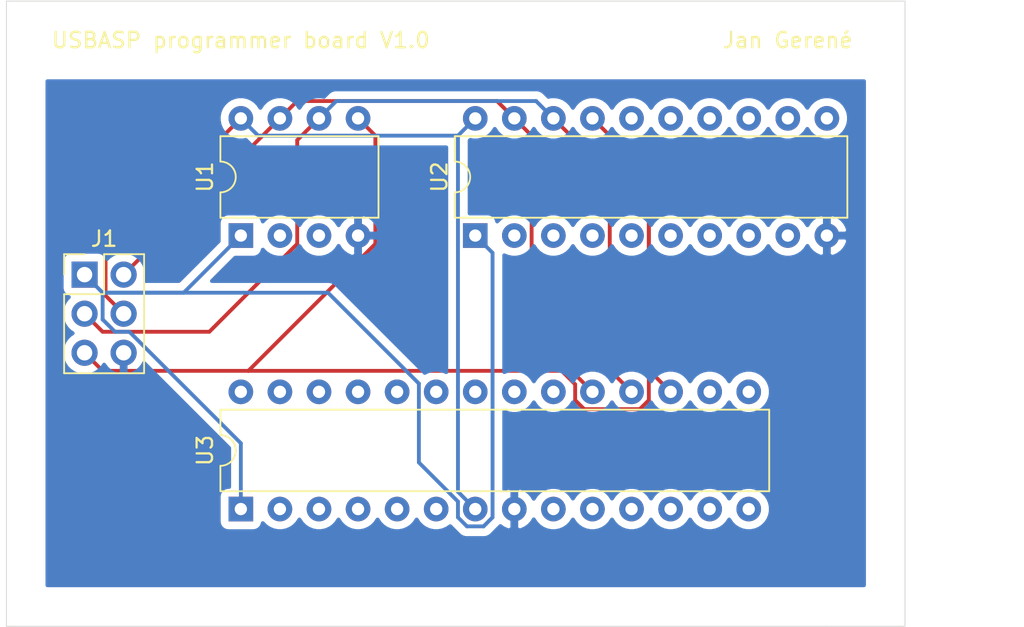
<source format=kicad_pcb>
(kicad_pcb (version 20171130) (host pcbnew "(5.1.7)-1")

  (general
    (thickness 1.6)
    (drawings 8)
    (tracks 59)
    (zones 0)
    (modules 4)
    (nets 45)
  )

  (page A4)
  (layers
    (0 F.Cu signal)
    (31 B.Cu signal)
    (32 B.Adhes user)
    (33 F.Adhes user)
    (34 B.Paste user)
    (35 F.Paste user)
    (36 B.SilkS user)
    (37 F.SilkS user)
    (38 B.Mask user)
    (39 F.Mask user)
    (40 Dwgs.User user)
    (41 Cmts.User user)
    (42 Eco1.User user)
    (43 Eco2.User user)
    (44 Edge.Cuts user)
    (45 Margin user)
    (46 B.CrtYd user)
    (47 F.CrtYd user)
    (48 B.Fab user)
    (49 F.Fab user)
  )

  (setup
    (last_trace_width 0.25)
    (trace_clearance 0.2)
    (zone_clearance 0.508)
    (zone_45_only no)
    (trace_min 0.2)
    (via_size 0.8)
    (via_drill 0.4)
    (via_min_size 0.4)
    (via_min_drill 0.3)
    (uvia_size 0.3)
    (uvia_drill 0.1)
    (uvias_allowed no)
    (uvia_min_size 0.2)
    (uvia_min_drill 0.1)
    (edge_width 0.05)
    (segment_width 0.2)
    (pcb_text_width 0.3)
    (pcb_text_size 1.5 1.5)
    (mod_edge_width 0.12)
    (mod_text_size 1 1)
    (mod_text_width 0.15)
    (pad_size 1.524 1.524)
    (pad_drill 0.762)
    (pad_to_mask_clearance 0)
    (aux_axis_origin 0 0)
    (visible_elements FFFFFF7F)
    (pcbplotparams
      (layerselection 0x010fc_ffffffff)
      (usegerberextensions false)
      (usegerberattributes true)
      (usegerberadvancedattributes true)
      (creategerberjobfile true)
      (excludeedgelayer true)
      (linewidth 0.100000)
      (plotframeref false)
      (viasonmask false)
      (mode 1)
      (useauxorigin false)
      (hpglpennumber 1)
      (hpglpenspeed 20)
      (hpglpendiameter 15.000000)
      (psnegative false)
      (psa4output false)
      (plotreference true)
      (plotvalue true)
      (plotinvisibletext false)
      (padsonsilk false)
      (subtractmaskfromsilk false)
      (outputformat 1)
      (mirror false)
      (drillshape 1)
      (scaleselection 1)
      (outputdirectory ""))
  )

  (net 0 "")
  (net 1 "Net-(J1-Pad1)")
  (net 2 "Net-(J1-Pad2)")
  (net 3 "Net-(J1-Pad3)")
  (net 4 "Net-(J1-Pad4)")
  (net 5 "Net-(J1-Pad5)")
  (net 6 GND)
  (net 7 "Net-(U1-Pad2)")
  (net 8 "Net-(U1-Pad3)")
  (net 9 "Net-(U2-Pad11)")
  (net 10 "Net-(U2-Pad2)")
  (net 11 "Net-(U2-Pad12)")
  (net 12 "Net-(U2-Pad3)")
  (net 13 "Net-(U2-Pad13)")
  (net 14 "Net-(U2-Pad4)")
  (net 15 "Net-(U2-Pad14)")
  (net 16 "Net-(U2-Pad5)")
  (net 17 "Net-(U2-Pad15)")
  (net 18 "Net-(U2-Pad6)")
  (net 19 "Net-(U2-Pad16)")
  (net 20 "Net-(U2-Pad7)")
  (net 21 "Net-(U2-Pad8)")
  (net 22 "Net-(U2-Pad9)")
  (net 23 "Net-(U3-Pad15)")
  (net 24 "Net-(U3-Pad2)")
  (net 25 "Net-(U3-Pad16)")
  (net 26 "Net-(U3-Pad3)")
  (net 27 "Net-(U3-Pad4)")
  (net 28 "Net-(U3-Pad5)")
  (net 29 "Net-(U3-Pad6)")
  (net 30 "Net-(U3-Pad20)")
  (net 31 "Net-(U3-Pad21)")
  (net 32 "Net-(U3-Pad22)")
  (net 33 "Net-(U3-Pad9)")
  (net 34 "Net-(U3-Pad23)")
  (net 35 "Net-(U3-Pad10)")
  (net 36 "Net-(U3-Pad24)")
  (net 37 "Net-(U3-Pad11)")
  (net 38 "Net-(U3-Pad25)")
  (net 39 "Net-(U3-Pad12)")
  (net 40 "Net-(U3-Pad26)")
  (net 41 "Net-(U3-Pad13)")
  (net 42 "Net-(U3-Pad27)")
  (net 43 "Net-(U3-Pad14)")
  (net 44 "Net-(U3-Pad28)")

  (net_class Default "This is the default net class."
    (clearance 0.2)
    (trace_width 0.25)
    (via_dia 0.8)
    (via_drill 0.4)
    (uvia_dia 0.3)
    (uvia_drill 0.1)
    (add_net GND)
    (add_net "Net-(J1-Pad1)")
    (add_net "Net-(J1-Pad2)")
    (add_net "Net-(J1-Pad3)")
    (add_net "Net-(J1-Pad4)")
    (add_net "Net-(J1-Pad5)")
    (add_net "Net-(U1-Pad2)")
    (add_net "Net-(U1-Pad3)")
    (add_net "Net-(U2-Pad11)")
    (add_net "Net-(U2-Pad12)")
    (add_net "Net-(U2-Pad13)")
    (add_net "Net-(U2-Pad14)")
    (add_net "Net-(U2-Pad15)")
    (add_net "Net-(U2-Pad16)")
    (add_net "Net-(U2-Pad2)")
    (add_net "Net-(U2-Pad3)")
    (add_net "Net-(U2-Pad4)")
    (add_net "Net-(U2-Pad5)")
    (add_net "Net-(U2-Pad6)")
    (add_net "Net-(U2-Pad7)")
    (add_net "Net-(U2-Pad8)")
    (add_net "Net-(U2-Pad9)")
    (add_net "Net-(U3-Pad10)")
    (add_net "Net-(U3-Pad11)")
    (add_net "Net-(U3-Pad12)")
    (add_net "Net-(U3-Pad13)")
    (add_net "Net-(U3-Pad14)")
    (add_net "Net-(U3-Pad15)")
    (add_net "Net-(U3-Pad16)")
    (add_net "Net-(U3-Pad2)")
    (add_net "Net-(U3-Pad20)")
    (add_net "Net-(U3-Pad21)")
    (add_net "Net-(U3-Pad22)")
    (add_net "Net-(U3-Pad23)")
    (add_net "Net-(U3-Pad24)")
    (add_net "Net-(U3-Pad25)")
    (add_net "Net-(U3-Pad26)")
    (add_net "Net-(U3-Pad27)")
    (add_net "Net-(U3-Pad28)")
    (add_net "Net-(U3-Pad3)")
    (add_net "Net-(U3-Pad4)")
    (add_net "Net-(U3-Pad5)")
    (add_net "Net-(U3-Pad6)")
    (add_net "Net-(U3-Pad9)")
  )

  (module Connector_PinHeader_2.54mm:PinHeader_2x03_P2.54mm_Vertical (layer F.Cu) (tedit 59FED5CC) (tstamp 5FA1C20A)
    (at 88.9 152.4)
    (descr "Through hole straight pin header, 2x03, 2.54mm pitch, double rows")
    (tags "Through hole pin header THT 2x03 2.54mm double row")
    (path /5FA168A9)
    (fp_text reference J1 (at 1.27 -2.33) (layer F.SilkS)
      (effects (font (size 1 1) (thickness 0.15)))
    )
    (fp_text value Conn_01x06_Male (at 1.27 7.41) (layer F.Fab)
      (effects (font (size 1 1) (thickness 0.15)))
    )
    (fp_line (start 4.35 -1.8) (end -1.8 -1.8) (layer F.CrtYd) (width 0.05))
    (fp_line (start 4.35 6.85) (end 4.35 -1.8) (layer F.CrtYd) (width 0.05))
    (fp_line (start -1.8 6.85) (end 4.35 6.85) (layer F.CrtYd) (width 0.05))
    (fp_line (start -1.8 -1.8) (end -1.8 6.85) (layer F.CrtYd) (width 0.05))
    (fp_line (start -1.33 -1.33) (end 0 -1.33) (layer F.SilkS) (width 0.12))
    (fp_line (start -1.33 0) (end -1.33 -1.33) (layer F.SilkS) (width 0.12))
    (fp_line (start 1.27 -1.33) (end 3.87 -1.33) (layer F.SilkS) (width 0.12))
    (fp_line (start 1.27 1.27) (end 1.27 -1.33) (layer F.SilkS) (width 0.12))
    (fp_line (start -1.33 1.27) (end 1.27 1.27) (layer F.SilkS) (width 0.12))
    (fp_line (start 3.87 -1.33) (end 3.87 6.41) (layer F.SilkS) (width 0.12))
    (fp_line (start -1.33 1.27) (end -1.33 6.41) (layer F.SilkS) (width 0.12))
    (fp_line (start -1.33 6.41) (end 3.87 6.41) (layer F.SilkS) (width 0.12))
    (fp_line (start -1.27 0) (end 0 -1.27) (layer F.Fab) (width 0.1))
    (fp_line (start -1.27 6.35) (end -1.27 0) (layer F.Fab) (width 0.1))
    (fp_line (start 3.81 6.35) (end -1.27 6.35) (layer F.Fab) (width 0.1))
    (fp_line (start 3.81 -1.27) (end 3.81 6.35) (layer F.Fab) (width 0.1))
    (fp_line (start 0 -1.27) (end 3.81 -1.27) (layer F.Fab) (width 0.1))
    (fp_text user %R (at 1.27 2.54 90) (layer F.Fab)
      (effects (font (size 1 1) (thickness 0.15)))
    )
    (pad 1 thru_hole rect (at 0 0) (size 1.7 1.7) (drill 1) (layers *.Cu *.Mask)
      (net 1 "Net-(J1-Pad1)"))
    (pad 2 thru_hole oval (at 2.54 0) (size 1.7 1.7) (drill 1) (layers *.Cu *.Mask)
      (net 2 "Net-(J1-Pad2)"))
    (pad 3 thru_hole oval (at 0 2.54) (size 1.7 1.7) (drill 1) (layers *.Cu *.Mask)
      (net 3 "Net-(J1-Pad3)"))
    (pad 4 thru_hole oval (at 2.54 2.54) (size 1.7 1.7) (drill 1) (layers *.Cu *.Mask)
      (net 4 "Net-(J1-Pad4)"))
    (pad 5 thru_hole oval (at 0 5.08) (size 1.7 1.7) (drill 1) (layers *.Cu *.Mask)
      (net 5 "Net-(J1-Pad5)"))
    (pad 6 thru_hole oval (at 2.54 5.08) (size 1.7 1.7) (drill 1) (layers *.Cu *.Mask)
      (net 6 GND))
    (model ${KISYS3DMOD}/Connector_PinHeader_2.54mm.3dshapes/PinHeader_2x03_P2.54mm_Vertical.wrl
      (at (xyz 0 0 0))
      (scale (xyz 1 1 1))
      (rotate (xyz 0 0 0))
    )
  )

  (module Package_DIP:DIP-8_W7.62mm (layer F.Cu) (tedit 5A02E8C5) (tstamp 5FA1C226)
    (at 99.06 149.86 90)
    (descr "8-lead though-hole mounted DIP package, row spacing 7.62 mm (300 mils)")
    (tags "THT DIP DIL PDIP 2.54mm 7.62mm 300mil")
    (path /5FA129F9)
    (fp_text reference U1 (at 3.81 -2.33 90) (layer F.SilkS)
      (effects (font (size 1 1) (thickness 0.15)))
    )
    (fp_text value ATtiny13-20PU (at 3.81 9.95 90) (layer F.Fab)
      (effects (font (size 1 1) (thickness 0.15)))
    )
    (fp_line (start 8.7 -1.55) (end -1.1 -1.55) (layer F.CrtYd) (width 0.05))
    (fp_line (start 8.7 9.15) (end 8.7 -1.55) (layer F.CrtYd) (width 0.05))
    (fp_line (start -1.1 9.15) (end 8.7 9.15) (layer F.CrtYd) (width 0.05))
    (fp_line (start -1.1 -1.55) (end -1.1 9.15) (layer F.CrtYd) (width 0.05))
    (fp_line (start 6.46 -1.33) (end 4.81 -1.33) (layer F.SilkS) (width 0.12))
    (fp_line (start 6.46 8.95) (end 6.46 -1.33) (layer F.SilkS) (width 0.12))
    (fp_line (start 1.16 8.95) (end 6.46 8.95) (layer F.SilkS) (width 0.12))
    (fp_line (start 1.16 -1.33) (end 1.16 8.95) (layer F.SilkS) (width 0.12))
    (fp_line (start 2.81 -1.33) (end 1.16 -1.33) (layer F.SilkS) (width 0.12))
    (fp_line (start 0.635 -0.27) (end 1.635 -1.27) (layer F.Fab) (width 0.1))
    (fp_line (start 0.635 8.89) (end 0.635 -0.27) (layer F.Fab) (width 0.1))
    (fp_line (start 6.985 8.89) (end 0.635 8.89) (layer F.Fab) (width 0.1))
    (fp_line (start 6.985 -1.27) (end 6.985 8.89) (layer F.Fab) (width 0.1))
    (fp_line (start 1.635 -1.27) (end 6.985 -1.27) (layer F.Fab) (width 0.1))
    (fp_arc (start 3.81 -1.33) (end 2.81 -1.33) (angle -180) (layer F.SilkS) (width 0.12))
    (fp_text user %R (at 3.81 3.81 90) (layer F.Fab)
      (effects (font (size 1 1) (thickness 0.15)))
    )
    (pad 1 thru_hole rect (at 0 0 90) (size 1.6 1.6) (drill 0.8) (layers *.Cu *.Mask)
      (net 1 "Net-(J1-Pad1)"))
    (pad 5 thru_hole oval (at 7.62 7.62 90) (size 1.6 1.6) (drill 0.8) (layers *.Cu *.Mask)
      (net 5 "Net-(J1-Pad5)"))
    (pad 2 thru_hole oval (at 0 2.54 90) (size 1.6 1.6) (drill 0.8) (layers *.Cu *.Mask)
      (net 7 "Net-(U1-Pad2)"))
    (pad 6 thru_hole oval (at 7.62 5.08 90) (size 1.6 1.6) (drill 0.8) (layers *.Cu *.Mask)
      (net 3 "Net-(J1-Pad3)"))
    (pad 3 thru_hole oval (at 0 5.08 90) (size 1.6 1.6) (drill 0.8) (layers *.Cu *.Mask)
      (net 8 "Net-(U1-Pad3)"))
    (pad 7 thru_hole oval (at 7.62 2.54 90) (size 1.6 1.6) (drill 0.8) (layers *.Cu *.Mask)
      (net 2 "Net-(J1-Pad2)"))
    (pad 4 thru_hole oval (at 0 7.62 90) (size 1.6 1.6) (drill 0.8) (layers *.Cu *.Mask)
      (net 6 GND))
    (pad 8 thru_hole oval (at 7.62 0 90) (size 1.6 1.6) (drill 0.8) (layers *.Cu *.Mask)
      (net 4 "Net-(J1-Pad4)"))
    (model ${KISYS3DMOD}/Package_DIP.3dshapes/DIP-8_W7.62mm.wrl
      (at (xyz 0 0 0))
      (scale (xyz 1 1 1))
      (rotate (xyz 0 0 0))
    )
  )

  (module Package_DIP:DIP-20_W7.62mm (layer F.Cu) (tedit 5A02E8C5) (tstamp 5FA1C24E)
    (at 114.3 149.86 90)
    (descr "20-lead though-hole mounted DIP package, row spacing 7.62 mm (300 mils)")
    (tags "THT DIP DIL PDIP 2.54mm 7.62mm 300mil")
    (path /5FA14768)
    (fp_text reference U2 (at 3.81 -2.33 90) (layer F.SilkS)
      (effects (font (size 1 1) (thickness 0.15)))
    )
    (fp_text value ATtiny2313V-10PU (at 3.81 25.19 90) (layer F.Fab)
      (effects (font (size 1 1) (thickness 0.15)))
    )
    (fp_line (start 8.7 -1.55) (end -1.1 -1.55) (layer F.CrtYd) (width 0.05))
    (fp_line (start 8.7 24.4) (end 8.7 -1.55) (layer F.CrtYd) (width 0.05))
    (fp_line (start -1.1 24.4) (end 8.7 24.4) (layer F.CrtYd) (width 0.05))
    (fp_line (start -1.1 -1.55) (end -1.1 24.4) (layer F.CrtYd) (width 0.05))
    (fp_line (start 6.46 -1.33) (end 4.81 -1.33) (layer F.SilkS) (width 0.12))
    (fp_line (start 6.46 24.19) (end 6.46 -1.33) (layer F.SilkS) (width 0.12))
    (fp_line (start 1.16 24.19) (end 6.46 24.19) (layer F.SilkS) (width 0.12))
    (fp_line (start 1.16 -1.33) (end 1.16 24.19) (layer F.SilkS) (width 0.12))
    (fp_line (start 2.81 -1.33) (end 1.16 -1.33) (layer F.SilkS) (width 0.12))
    (fp_line (start 0.635 -0.27) (end 1.635 -1.27) (layer F.Fab) (width 0.1))
    (fp_line (start 0.635 24.13) (end 0.635 -0.27) (layer F.Fab) (width 0.1))
    (fp_line (start 6.985 24.13) (end 0.635 24.13) (layer F.Fab) (width 0.1))
    (fp_line (start 6.985 -1.27) (end 6.985 24.13) (layer F.Fab) (width 0.1))
    (fp_line (start 1.635 -1.27) (end 6.985 -1.27) (layer F.Fab) (width 0.1))
    (fp_arc (start 3.81 -1.33) (end 2.81 -1.33) (angle -180) (layer F.SilkS) (width 0.12))
    (fp_text user %R (at 3.81 11.43 90) (layer F.Fab)
      (effects (font (size 1 1) (thickness 0.15)))
    )
    (pad 1 thru_hole rect (at 0 0 90) (size 1.6 1.6) (drill 0.8) (layers *.Cu *.Mask)
      (net 1 "Net-(J1-Pad1)"))
    (pad 11 thru_hole oval (at 7.62 22.86 90) (size 1.6 1.6) (drill 0.8) (layers *.Cu *.Mask)
      (net 9 "Net-(U2-Pad11)"))
    (pad 2 thru_hole oval (at 0 2.54 90) (size 1.6 1.6) (drill 0.8) (layers *.Cu *.Mask)
      (net 10 "Net-(U2-Pad2)"))
    (pad 12 thru_hole oval (at 7.62 20.32 90) (size 1.6 1.6) (drill 0.8) (layers *.Cu *.Mask)
      (net 11 "Net-(U2-Pad12)"))
    (pad 3 thru_hole oval (at 0 5.08 90) (size 1.6 1.6) (drill 0.8) (layers *.Cu *.Mask)
      (net 12 "Net-(U2-Pad3)"))
    (pad 13 thru_hole oval (at 7.62 17.78 90) (size 1.6 1.6) (drill 0.8) (layers *.Cu *.Mask)
      (net 13 "Net-(U2-Pad13)"))
    (pad 4 thru_hole oval (at 0 7.62 90) (size 1.6 1.6) (drill 0.8) (layers *.Cu *.Mask)
      (net 14 "Net-(U2-Pad4)"))
    (pad 14 thru_hole oval (at 7.62 15.24 90) (size 1.6 1.6) (drill 0.8) (layers *.Cu *.Mask)
      (net 15 "Net-(U2-Pad14)"))
    (pad 5 thru_hole oval (at 0 10.16 90) (size 1.6 1.6) (drill 0.8) (layers *.Cu *.Mask)
      (net 16 "Net-(U2-Pad5)"))
    (pad 15 thru_hole oval (at 7.62 12.7 90) (size 1.6 1.6) (drill 0.8) (layers *.Cu *.Mask)
      (net 17 "Net-(U2-Pad15)"))
    (pad 6 thru_hole oval (at 0 12.7 90) (size 1.6 1.6) (drill 0.8) (layers *.Cu *.Mask)
      (net 18 "Net-(U2-Pad6)"))
    (pad 16 thru_hole oval (at 7.62 10.16 90) (size 1.6 1.6) (drill 0.8) (layers *.Cu *.Mask)
      (net 19 "Net-(U2-Pad16)"))
    (pad 7 thru_hole oval (at 0 15.24 90) (size 1.6 1.6) (drill 0.8) (layers *.Cu *.Mask)
      (net 20 "Net-(U2-Pad7)"))
    (pad 17 thru_hole oval (at 7.62 7.62 90) (size 1.6 1.6) (drill 0.8) (layers *.Cu *.Mask)
      (net 5 "Net-(J1-Pad5)"))
    (pad 8 thru_hole oval (at 0 17.78 90) (size 1.6 1.6) (drill 0.8) (layers *.Cu *.Mask)
      (net 21 "Net-(U2-Pad8)"))
    (pad 18 thru_hole oval (at 7.62 5.08 90) (size 1.6 1.6) (drill 0.8) (layers *.Cu *.Mask)
      (net 3 "Net-(J1-Pad3)"))
    (pad 9 thru_hole oval (at 0 20.32 90) (size 1.6 1.6) (drill 0.8) (layers *.Cu *.Mask)
      (net 22 "Net-(U2-Pad9)"))
    (pad 19 thru_hole oval (at 7.62 2.54 90) (size 1.6 1.6) (drill 0.8) (layers *.Cu *.Mask)
      (net 2 "Net-(J1-Pad2)"))
    (pad 10 thru_hole oval (at 0 22.86 90) (size 1.6 1.6) (drill 0.8) (layers *.Cu *.Mask)
      (net 6 GND))
    (pad 20 thru_hole oval (at 7.62 0 90) (size 1.6 1.6) (drill 0.8) (layers *.Cu *.Mask)
      (net 4 "Net-(J1-Pad4)"))
    (model ${KISYS3DMOD}/Package_DIP.3dshapes/DIP-20_W7.62mm.wrl
      (at (xyz 0 0 0))
      (scale (xyz 1 1 1))
      (rotate (xyz 0 0 0))
    )
  )

  (module Package_DIP:DIP-28_W7.62mm (layer F.Cu) (tedit 5A02E8C5) (tstamp 5FA1C27E)
    (at 99.06 167.64 90)
    (descr "28-lead though-hole mounted DIP package, row spacing 7.62 mm (300 mils)")
    (tags "THT DIP DIL PDIP 2.54mm 7.62mm 300mil")
    (path /5FA13926)
    (fp_text reference U3 (at 3.81 -2.33 90) (layer F.SilkS)
      (effects (font (size 1 1) (thickness 0.15)))
    )
    (fp_text value ATmega8-16PU (at 3.81 35.35 90) (layer F.Fab)
      (effects (font (size 1 1) (thickness 0.15)))
    )
    (fp_line (start 8.7 -1.55) (end -1.1 -1.55) (layer F.CrtYd) (width 0.05))
    (fp_line (start 8.7 34.55) (end 8.7 -1.55) (layer F.CrtYd) (width 0.05))
    (fp_line (start -1.1 34.55) (end 8.7 34.55) (layer F.CrtYd) (width 0.05))
    (fp_line (start -1.1 -1.55) (end -1.1 34.55) (layer F.CrtYd) (width 0.05))
    (fp_line (start 6.46 -1.33) (end 4.81 -1.33) (layer F.SilkS) (width 0.12))
    (fp_line (start 6.46 34.35) (end 6.46 -1.33) (layer F.SilkS) (width 0.12))
    (fp_line (start 1.16 34.35) (end 6.46 34.35) (layer F.SilkS) (width 0.12))
    (fp_line (start 1.16 -1.33) (end 1.16 34.35) (layer F.SilkS) (width 0.12))
    (fp_line (start 2.81 -1.33) (end 1.16 -1.33) (layer F.SilkS) (width 0.12))
    (fp_line (start 0.635 -0.27) (end 1.635 -1.27) (layer F.Fab) (width 0.1))
    (fp_line (start 0.635 34.29) (end 0.635 -0.27) (layer F.Fab) (width 0.1))
    (fp_line (start 6.985 34.29) (end 0.635 34.29) (layer F.Fab) (width 0.1))
    (fp_line (start 6.985 -1.27) (end 6.985 34.29) (layer F.Fab) (width 0.1))
    (fp_line (start 1.635 -1.27) (end 6.985 -1.27) (layer F.Fab) (width 0.1))
    (fp_arc (start 3.81 -1.33) (end 2.81 -1.33) (angle -180) (layer F.SilkS) (width 0.12))
    (fp_text user %R (at 3.81 16.51 90) (layer F.Fab)
      (effects (font (size 1 1) (thickness 0.15)))
    )
    (pad 1 thru_hole rect (at 0 0 90) (size 1.6 1.6) (drill 0.8) (layers *.Cu *.Mask)
      (net 1 "Net-(J1-Pad1)"))
    (pad 15 thru_hole oval (at 7.62 33.02 90) (size 1.6 1.6) (drill 0.8) (layers *.Cu *.Mask)
      (net 23 "Net-(U3-Pad15)"))
    (pad 2 thru_hole oval (at 0 2.54 90) (size 1.6 1.6) (drill 0.8) (layers *.Cu *.Mask)
      (net 24 "Net-(U3-Pad2)"))
    (pad 16 thru_hole oval (at 7.62 30.48 90) (size 1.6 1.6) (drill 0.8) (layers *.Cu *.Mask)
      (net 25 "Net-(U3-Pad16)"))
    (pad 3 thru_hole oval (at 0 5.08 90) (size 1.6 1.6) (drill 0.8) (layers *.Cu *.Mask)
      (net 26 "Net-(U3-Pad3)"))
    (pad 17 thru_hole oval (at 7.62 27.94 90) (size 1.6 1.6) (drill 0.8) (layers *.Cu *.Mask)
      (net 5 "Net-(J1-Pad5)"))
    (pad 4 thru_hole oval (at 0 7.62 90) (size 1.6 1.6) (drill 0.8) (layers *.Cu *.Mask)
      (net 27 "Net-(U3-Pad4)"))
    (pad 18 thru_hole oval (at 7.62 25.4 90) (size 1.6 1.6) (drill 0.8) (layers *.Cu *.Mask)
      (net 3 "Net-(J1-Pad3)"))
    (pad 5 thru_hole oval (at 0 10.16 90) (size 1.6 1.6) (drill 0.8) (layers *.Cu *.Mask)
      (net 28 "Net-(U3-Pad5)"))
    (pad 19 thru_hole oval (at 7.62 22.86 90) (size 1.6 1.6) (drill 0.8) (layers *.Cu *.Mask)
      (net 2 "Net-(J1-Pad2)"))
    (pad 6 thru_hole oval (at 0 12.7 90) (size 1.6 1.6) (drill 0.8) (layers *.Cu *.Mask)
      (net 29 "Net-(U3-Pad6)"))
    (pad 20 thru_hole oval (at 7.62 20.32 90) (size 1.6 1.6) (drill 0.8) (layers *.Cu *.Mask)
      (net 30 "Net-(U3-Pad20)"))
    (pad 7 thru_hole oval (at 0 15.24 90) (size 1.6 1.6) (drill 0.8) (layers *.Cu *.Mask)
      (net 4 "Net-(J1-Pad4)"))
    (pad 21 thru_hole oval (at 7.62 17.78 90) (size 1.6 1.6) (drill 0.8) (layers *.Cu *.Mask)
      (net 31 "Net-(U3-Pad21)"))
    (pad 8 thru_hole oval (at 0 17.78 90) (size 1.6 1.6) (drill 0.8) (layers *.Cu *.Mask)
      (net 6 GND))
    (pad 22 thru_hole oval (at 7.62 15.24 90) (size 1.6 1.6) (drill 0.8) (layers *.Cu *.Mask)
      (net 32 "Net-(U3-Pad22)"))
    (pad 9 thru_hole oval (at 0 20.32 90) (size 1.6 1.6) (drill 0.8) (layers *.Cu *.Mask)
      (net 33 "Net-(U3-Pad9)"))
    (pad 23 thru_hole oval (at 7.62 12.7 90) (size 1.6 1.6) (drill 0.8) (layers *.Cu *.Mask)
      (net 34 "Net-(U3-Pad23)"))
    (pad 10 thru_hole oval (at 0 22.86 90) (size 1.6 1.6) (drill 0.8) (layers *.Cu *.Mask)
      (net 35 "Net-(U3-Pad10)"))
    (pad 24 thru_hole oval (at 7.62 10.16 90) (size 1.6 1.6) (drill 0.8) (layers *.Cu *.Mask)
      (net 36 "Net-(U3-Pad24)"))
    (pad 11 thru_hole oval (at 0 25.4 90) (size 1.6 1.6) (drill 0.8) (layers *.Cu *.Mask)
      (net 37 "Net-(U3-Pad11)"))
    (pad 25 thru_hole oval (at 7.62 7.62 90) (size 1.6 1.6) (drill 0.8) (layers *.Cu *.Mask)
      (net 38 "Net-(U3-Pad25)"))
    (pad 12 thru_hole oval (at 0 27.94 90) (size 1.6 1.6) (drill 0.8) (layers *.Cu *.Mask)
      (net 39 "Net-(U3-Pad12)"))
    (pad 26 thru_hole oval (at 7.62 5.08 90) (size 1.6 1.6) (drill 0.8) (layers *.Cu *.Mask)
      (net 40 "Net-(U3-Pad26)"))
    (pad 13 thru_hole oval (at 0 30.48 90) (size 1.6 1.6) (drill 0.8) (layers *.Cu *.Mask)
      (net 41 "Net-(U3-Pad13)"))
    (pad 27 thru_hole oval (at 7.62 2.54 90) (size 1.6 1.6) (drill 0.8) (layers *.Cu *.Mask)
      (net 42 "Net-(U3-Pad27)"))
    (pad 14 thru_hole oval (at 0 33.02 90) (size 1.6 1.6) (drill 0.8) (layers *.Cu *.Mask)
      (net 43 "Net-(U3-Pad14)"))
    (pad 28 thru_hole oval (at 7.62 0 90) (size 1.6 1.6) (drill 0.8) (layers *.Cu *.Mask)
      (net 44 "Net-(U3-Pad28)"))
    (model ${KISYS3DMOD}/Package_DIP.3dshapes/DIP-28_W7.62mm.wrl
      (at (xyz 0 0 0))
      (scale (xyz 1 1 1))
      (rotate (xyz 0 0 0))
    )
  )

  (gr_text "Jan Gerené" (at 134.62 137.16) (layer F.SilkS)
    (effects (font (size 1 1) (thickness 0.15)))
  )
  (gr_text "USBASP programmer board V1.0" (at 99.06 137.16) (layer F.SilkS)
    (effects (font (size 1 1) (thickness 0.15)))
  )
  (dimension 40.64 (width 0.15) (layer Dwgs.User)
    (gr_text "40.640 mm" (at 148.62 154.94 270) (layer Dwgs.User)
      (effects (font (size 1 1) (thickness 0.15)))
    )
    (feature1 (pts (xy 142.24 175.26) (xy 147.906421 175.26)))
    (feature2 (pts (xy 142.24 134.62) (xy 147.906421 134.62)))
    (crossbar (pts (xy 147.32 134.62) (xy 147.32 175.26)))
    (arrow1a (pts (xy 147.32 175.26) (xy 146.733579 174.133496)))
    (arrow1b (pts (xy 147.32 175.26) (xy 147.906421 174.133496)))
    (arrow2a (pts (xy 147.32 134.62) (xy 146.733579 135.746504)))
    (arrow2b (pts (xy 147.32 134.62) (xy 147.906421 135.746504)))
  )
  (gr_line (start 142.24 175.26) (end 137.16 175.26) (layer Edge.Cuts) (width 0.05) (tstamp 5FA1C3C8))
  (gr_line (start 142.24 175.26) (end 142.24 134.62) (layer Edge.Cuts) (width 0.05))
  (gr_line (start 83.82 134.62) (end 83.82 175.26) (layer Edge.Cuts) (width 0.05) (tstamp 5FA1C3B9))
  (gr_line (start 142.24 134.62) (end 83.82 134.62) (layer Edge.Cuts) (width 0.05))
  (gr_line (start 137.16 175.26) (end 83.82 175.26) (layer Edge.Cuts) (width 0.05))

  (segment (start 95.344999 153.575001) (end 99.06 149.86) (width 0.25) (layer B.Cu) (net 1))
  (segment (start 90.075001 153.575001) (end 95.344999 153.575001) (width 0.25) (layer B.Cu) (net 1))
  (segment (start 99.06 163.360998) (end 99.06 167.64) (width 0.25) (layer B.Cu) (net 1))
  (segment (start 91.814003 156.115001) (end 99.06 163.360998) (width 0.25) (layer B.Cu) (net 1))
  (segment (start 90.875999 156.115001) (end 91.814003 156.115001) (width 0.25) (layer B.Cu) (net 1))
  (segment (start 90.075001 155.314003) (end 90.875999 156.115001) (width 0.25) (layer B.Cu) (net 1))
  (segment (start 90.075001 153.575001) (end 90.075001 155.314003) (width 0.25) (layer B.Cu) (net 1))
  (segment (start 115.425001 150.985001) (end 114.3 149.86) (width 0.25) (layer B.Cu) (net 1))
  (segment (start 115.425001 168.180001) (end 115.425001 150.985001) (width 0.25) (layer B.Cu) (net 1))
  (segment (start 113.759999 168.765001) (end 114.840001 168.765001) (width 0.25) (layer B.Cu) (net 1))
  (segment (start 113.174999 168.180001) (end 113.759999 168.765001) (width 0.25) (layer B.Cu) (net 1))
  (segment (start 113.174999 167.151409) (end 113.174999 168.180001) (width 0.25) (layer B.Cu) (net 1))
  (segment (start 110.634999 164.611409) (end 113.174999 167.151409) (width 0.25) (layer B.Cu) (net 1))
  (segment (start 110.634999 159.479999) (end 110.634999 164.611409) (width 0.25) (layer B.Cu) (net 1))
  (segment (start 104.730001 153.575001) (end 110.634999 159.479999) (width 0.25) (layer B.Cu) (net 1))
  (segment (start 90.075001 153.575001) (end 104.730001 153.575001) (width 0.25) (layer B.Cu) (net 1))
  (segment (start 114.840001 168.765001) (end 115.425001 168.180001) (width 0.25) (layer B.Cu) (net 1))
  (segment (start 88.9 152.4) (end 90.075001 153.575001) (width 0.25) (layer B.Cu) (net 1))
  (segment (start 91.44 152.4) (end 101.6 142.24) (width 0.25) (layer F.Cu) (net 2))
  (segment (start 117.965001 143.365001) (end 116.84 142.24) (width 0.25) (layer F.Cu) (net 2))
  (segment (start 117.965001 156.065001) (end 117.965001 143.365001) (width 0.25) (layer F.Cu) (net 2))
  (segment (start 121.92 160.02) (end 117.965001 156.065001) (width 0.25) (layer F.Cu) (net 2))
  (segment (start 102.725001 141.114999) (end 101.6 142.24) (width 0.25) (layer F.Cu) (net 2))
  (segment (start 115.714999 141.114999) (end 102.725001 141.114999) (width 0.25) (layer F.Cu) (net 2))
  (segment (start 116.84 142.24) (end 115.714999 141.114999) (width 0.25) (layer F.Cu) (net 2))
  (segment (start 102.725001 150.400001) (end 102.725001 143.654999) (width 0.25) (layer F.Cu) (net 3))
  (segment (start 97.010001 156.115001) (end 102.725001 150.400001) (width 0.25) (layer F.Cu) (net 3))
  (segment (start 90.075001 156.115001) (end 97.010001 156.115001) (width 0.25) (layer F.Cu) (net 3))
  (segment (start 88.9 154.94) (end 90.075001 156.115001) (width 0.25) (layer F.Cu) (net 3))
  (segment (start 102.725001 143.654999) (end 104.14 142.24) (width 0.25) (layer F.Cu) (net 3))
  (segment (start 123.045001 158.605001) (end 123.045001 145.905001) (width 0.25) (layer F.Cu) (net 3))
  (segment (start 123.045001 145.905001) (end 119.38 142.24) (width 0.25) (layer F.Cu) (net 3))
  (segment (start 124.46 160.02) (end 123.045001 158.605001) (width 0.25) (layer F.Cu) (net 3))
  (segment (start 118.254999 141.114999) (end 119.38 142.24) (width 0.25) (layer B.Cu) (net 3))
  (segment (start 105.265001 141.114999) (end 118.254999 141.114999) (width 0.25) (layer B.Cu) (net 3))
  (segment (start 104.14 142.24) (end 105.265001 141.114999) (width 0.25) (layer B.Cu) (net 3))
  (segment (start 90.264999 153.764999) (end 90.264999 151.035001) (width 0.25) (layer F.Cu) (net 4))
  (segment (start 91.44 154.94) (end 90.264999 153.764999) (width 0.25) (layer F.Cu) (net 4))
  (segment (start 90.264999 151.035001) (end 99.06 142.24) (width 0.25) (layer F.Cu) (net 4))
  (segment (start 100.185001 143.365001) (end 113.174999 143.365001) (width 0.25) (layer B.Cu) (net 4))
  (segment (start 99.06 142.24) (end 100.185001 143.365001) (width 0.25) (layer B.Cu) (net 4))
  (segment (start 113.174999 143.365001) (end 113.174999 166.514999) (width 0.25) (layer B.Cu) (net 4))
  (segment (start 113.174999 166.514999) (end 114.3 167.64) (width 0.25) (layer B.Cu) (net 4))
  (segment (start 113.174999 143.365001) (end 114.3 142.24) (width 0.25) (layer B.Cu) (net 4))
  (segment (start 107.805001 143.365001) (end 106.68 142.24) (width 0.25) (layer F.Cu) (net 5))
  (segment (start 107.805001 150.400001) (end 107.805001 143.365001) (width 0.25) (layer F.Cu) (net 5))
  (segment (start 99.550001 158.655001) (end 107.805001 150.400001) (width 0.25) (layer F.Cu) (net 5))
  (segment (start 90.075001 158.655001) (end 99.550001 158.655001) (width 0.25) (layer F.Cu) (net 5))
  (segment (start 88.9 157.48) (end 90.075001 158.655001) (width 0.25) (layer F.Cu) (net 5))
  (segment (start 125.585001 158.605001) (end 125.585001 145.905001) (width 0.25) (layer F.Cu) (net 5))
  (segment (start 127 160.02) (end 125.585001 158.605001) (width 0.25) (layer F.Cu) (net 5))
  (segment (start 120.794999 160.560001) (end 120.794999 159.531409) (width 0.25) (layer F.Cu) (net 5))
  (segment (start 125.000001 161.145001) (end 121.379999 161.145001) (width 0.25) (layer F.Cu) (net 5))
  (segment (start 125.585001 160.560001) (end 125.000001 161.145001) (width 0.25) (layer F.Cu) (net 5))
  (segment (start 121.379999 161.145001) (end 120.794999 160.560001) (width 0.25) (layer F.Cu) (net 5))
  (segment (start 125.585001 145.905001) (end 125.585001 160.560001) (width 0.25) (layer F.Cu) (net 5))
  (segment (start 121.92 142.24) (end 125.585001 145.905001) (width 0.25) (layer F.Cu) (net 5))
  (segment (start 119.918591 158.655001) (end 99.550001 158.655001) (width 0.25) (layer F.Cu) (net 5))
  (segment (start 120.794999 159.531409) (end 119.918591 158.655001) (width 0.25) (layer F.Cu) (net 5))

  (zone (net 6) (net_name GND) (layer B.Cu) (tstamp 0) (hatch edge 0.508)
    (connect_pads (clearance 0.508))
    (min_thickness 0.254)
    (fill yes (arc_segments 32) (thermal_gap 0.508) (thermal_bridge_width 0.508))
    (polygon
      (pts
        (xy 139.7 172.72) (xy 86.36 172.72) (xy 86.36 139.7) (xy 139.7 139.7)
      )
    )
    (filled_polygon
      (pts
        (xy 139.573 172.593) (xy 86.487 172.593) (xy 86.487 151.55) (xy 87.411928 151.55) (xy 87.411928 153.25)
        (xy 87.424188 153.374482) (xy 87.460498 153.49418) (xy 87.519463 153.604494) (xy 87.598815 153.701185) (xy 87.695506 153.780537)
        (xy 87.80582 153.839502) (xy 87.87838 153.861513) (xy 87.746525 153.993368) (xy 87.58401 154.236589) (xy 87.472068 154.506842)
        (xy 87.415 154.79374) (xy 87.415 155.08626) (xy 87.472068 155.373158) (xy 87.58401 155.643411) (xy 87.746525 155.886632)
        (xy 87.953368 156.093475) (xy 88.12776 156.21) (xy 87.953368 156.326525) (xy 87.746525 156.533368) (xy 87.58401 156.776589)
        (xy 87.472068 157.046842) (xy 87.415 157.33374) (xy 87.415 157.62626) (xy 87.472068 157.913158) (xy 87.58401 158.183411)
        (xy 87.746525 158.426632) (xy 87.953368 158.633475) (xy 88.196589 158.79599) (xy 88.466842 158.907932) (xy 88.75374 158.965)
        (xy 89.04626 158.965) (xy 89.333158 158.907932) (xy 89.603411 158.79599) (xy 89.846632 158.633475) (xy 90.053475 158.426632)
        (xy 90.1711 158.250594) (xy 90.342412 158.480269) (xy 90.558645 158.675178) (xy 90.808748 158.824157) (xy 91.083109 158.921481)
        (xy 91.313 158.800814) (xy 91.313 157.607) (xy 91.293 157.607) (xy 91.293 157.353) (xy 91.313 157.353)
        (xy 91.313 157.333) (xy 91.567 157.333) (xy 91.567 157.353) (xy 91.587 157.353) (xy 91.587 157.607)
        (xy 91.567 157.607) (xy 91.567 158.800814) (xy 91.796891 158.921481) (xy 92.071252 158.824157) (xy 92.321355 158.675178)
        (xy 92.537588 158.480269) (xy 92.711641 158.24692) (xy 92.763095 158.138894) (xy 98.3 163.6758) (xy 98.300001 166.201928)
        (xy 98.26 166.201928) (xy 98.135518 166.214188) (xy 98.01582 166.250498) (xy 97.905506 166.309463) (xy 97.808815 166.388815)
        (xy 97.729463 166.485506) (xy 97.670498 166.59582) (xy 97.634188 166.715518) (xy 97.621928 166.84) (xy 97.621928 168.44)
        (xy 97.634188 168.564482) (xy 97.670498 168.68418) (xy 97.729463 168.794494) (xy 97.808815 168.891185) (xy 97.905506 168.970537)
        (xy 98.01582 169.029502) (xy 98.135518 169.065812) (xy 98.26 169.078072) (xy 99.86 169.078072) (xy 99.984482 169.065812)
        (xy 100.10418 169.029502) (xy 100.214494 168.970537) (xy 100.311185 168.891185) (xy 100.390537 168.794494) (xy 100.449502 168.68418)
        (xy 100.485812 168.564482) (xy 100.486643 168.556039) (xy 100.685241 168.754637) (xy 100.920273 168.91168) (xy 101.181426 169.019853)
        (xy 101.458665 169.075) (xy 101.741335 169.075) (xy 102.018574 169.019853) (xy 102.279727 168.91168) (xy 102.514759 168.754637)
        (xy 102.714637 168.554759) (xy 102.87 168.322241) (xy 103.025363 168.554759) (xy 103.225241 168.754637) (xy 103.460273 168.91168)
        (xy 103.721426 169.019853) (xy 103.998665 169.075) (xy 104.281335 169.075) (xy 104.558574 169.019853) (xy 104.819727 168.91168)
        (xy 105.054759 168.754637) (xy 105.254637 168.554759) (xy 105.41 168.322241) (xy 105.565363 168.554759) (xy 105.765241 168.754637)
        (xy 106.000273 168.91168) (xy 106.261426 169.019853) (xy 106.538665 169.075) (xy 106.821335 169.075) (xy 107.098574 169.019853)
        (xy 107.359727 168.91168) (xy 107.594759 168.754637) (xy 107.794637 168.554759) (xy 107.95 168.322241) (xy 108.105363 168.554759)
        (xy 108.305241 168.754637) (xy 108.540273 168.91168) (xy 108.801426 169.019853) (xy 109.078665 169.075) (xy 109.361335 169.075)
        (xy 109.638574 169.019853) (xy 109.899727 168.91168) (xy 110.134759 168.754637) (xy 110.334637 168.554759) (xy 110.49 168.322241)
        (xy 110.645363 168.554759) (xy 110.845241 168.754637) (xy 111.080273 168.91168) (xy 111.341426 169.019853) (xy 111.618665 169.075)
        (xy 111.901335 169.075) (xy 112.178574 169.019853) (xy 112.439727 168.91168) (xy 112.674759 168.754637) (xy 112.674796 168.7546)
        (xy 113.196199 169.276003) (xy 113.219998 169.305002) (xy 113.248996 169.3288) (xy 113.335722 169.399975) (xy 113.467752 169.470547)
        (xy 113.611013 169.514004) (xy 113.722666 169.525001) (xy 113.722676 169.525001) (xy 113.759999 169.528677) (xy 113.797322 169.525001)
        (xy 114.802679 169.525001) (xy 114.840001 169.528677) (xy 114.877323 169.525001) (xy 114.877334 169.525001) (xy 114.988987 169.514004)
        (xy 115.132248 169.470547) (xy 115.264277 169.399975) (xy 115.380002 169.305002) (xy 115.403804 169.275999) (xy 115.933843 168.745961)
        (xy 116.10258 168.871037) (xy 116.356913 168.991246) (xy 116.490961 169.031904) (xy 116.713 168.909915) (xy 116.713 167.767)
        (xy 116.693 167.767) (xy 116.693 167.513) (xy 116.713 167.513) (xy 116.713 166.370085) (xy 116.967 166.370085)
        (xy 116.967 167.513) (xy 116.987 167.513) (xy 116.987 167.767) (xy 116.967 167.767) (xy 116.967 168.909915)
        (xy 117.189039 169.031904) (xy 117.323087 168.991246) (xy 117.57742 168.871037) (xy 117.803414 168.703519) (xy 117.992385 168.495131)
        (xy 118.103933 168.309135) (xy 118.10832 168.319727) (xy 118.265363 168.554759) (xy 118.465241 168.754637) (xy 118.700273 168.91168)
        (xy 118.961426 169.019853) (xy 119.238665 169.075) (xy 119.521335 169.075) (xy 119.798574 169.019853) (xy 120.059727 168.91168)
        (xy 120.294759 168.754637) (xy 120.494637 168.554759) (xy 120.65 168.322241) (xy 120.805363 168.554759) (xy 121.005241 168.754637)
        (xy 121.240273 168.91168) (xy 121.501426 169.019853) (xy 121.778665 169.075) (xy 122.061335 169.075) (xy 122.338574 169.019853)
        (xy 122.599727 168.91168) (xy 122.834759 168.754637) (xy 123.034637 168.554759) (xy 123.19 168.322241) (xy 123.345363 168.554759)
        (xy 123.545241 168.754637) (xy 123.780273 168.91168) (xy 124.041426 169.019853) (xy 124.318665 169.075) (xy 124.601335 169.075)
        (xy 124.878574 169.019853) (xy 125.139727 168.91168) (xy 125.374759 168.754637) (xy 125.574637 168.554759) (xy 125.73 168.322241)
        (xy 125.885363 168.554759) (xy 126.085241 168.754637) (xy 126.320273 168.91168) (xy 126.581426 169.019853) (xy 126.858665 169.075)
        (xy 127.141335 169.075) (xy 127.418574 169.019853) (xy 127.679727 168.91168) (xy 127.914759 168.754637) (xy 128.114637 168.554759)
        (xy 128.27 168.322241) (xy 128.425363 168.554759) (xy 128.625241 168.754637) (xy 128.860273 168.91168) (xy 129.121426 169.019853)
        (xy 129.398665 169.075) (xy 129.681335 169.075) (xy 129.958574 169.019853) (xy 130.219727 168.91168) (xy 130.454759 168.754637)
        (xy 130.654637 168.554759) (xy 130.81 168.322241) (xy 130.965363 168.554759) (xy 131.165241 168.754637) (xy 131.400273 168.91168)
        (xy 131.661426 169.019853) (xy 131.938665 169.075) (xy 132.221335 169.075) (xy 132.498574 169.019853) (xy 132.759727 168.91168)
        (xy 132.994759 168.754637) (xy 133.194637 168.554759) (xy 133.35168 168.319727) (xy 133.459853 168.058574) (xy 133.515 167.781335)
        (xy 133.515 167.498665) (xy 133.459853 167.221426) (xy 133.35168 166.960273) (xy 133.194637 166.725241) (xy 132.994759 166.525363)
        (xy 132.759727 166.36832) (xy 132.498574 166.260147) (xy 132.221335 166.205) (xy 131.938665 166.205) (xy 131.661426 166.260147)
        (xy 131.400273 166.36832) (xy 131.165241 166.525363) (xy 130.965363 166.725241) (xy 130.81 166.957759) (xy 130.654637 166.725241)
        (xy 130.454759 166.525363) (xy 130.219727 166.36832) (xy 129.958574 166.260147) (xy 129.681335 166.205) (xy 129.398665 166.205)
        (xy 129.121426 166.260147) (xy 128.860273 166.36832) (xy 128.625241 166.525363) (xy 128.425363 166.725241) (xy 128.27 166.957759)
        (xy 128.114637 166.725241) (xy 127.914759 166.525363) (xy 127.679727 166.36832) (xy 127.418574 166.260147) (xy 127.141335 166.205)
        (xy 126.858665 166.205) (xy 126.581426 166.260147) (xy 126.320273 166.36832) (xy 126.085241 166.525363) (xy 125.885363 166.725241)
        (xy 125.73 166.957759) (xy 125.574637 166.725241) (xy 125.374759 166.525363) (xy 125.139727 166.36832) (xy 124.878574 166.260147)
        (xy 124.601335 166.205) (xy 124.318665 166.205) (xy 124.041426 166.260147) (xy 123.780273 166.36832) (xy 123.545241 166.525363)
        (xy 123.345363 166.725241) (xy 123.19 166.957759) (xy 123.034637 166.725241) (xy 122.834759 166.525363) (xy 122.599727 166.36832)
        (xy 122.338574 166.260147) (xy 122.061335 166.205) (xy 121.778665 166.205) (xy 121.501426 166.260147) (xy 121.240273 166.36832)
        (xy 121.005241 166.525363) (xy 120.805363 166.725241) (xy 120.65 166.957759) (xy 120.494637 166.725241) (xy 120.294759 166.525363)
        (xy 120.059727 166.36832) (xy 119.798574 166.260147) (xy 119.521335 166.205) (xy 119.238665 166.205) (xy 118.961426 166.260147)
        (xy 118.700273 166.36832) (xy 118.465241 166.525363) (xy 118.265363 166.725241) (xy 118.10832 166.960273) (xy 118.103933 166.970865)
        (xy 117.992385 166.784869) (xy 117.803414 166.576481) (xy 117.57742 166.408963) (xy 117.323087 166.288754) (xy 117.189039 166.248096)
        (xy 116.967 166.370085) (xy 116.713 166.370085) (xy 116.490961 166.248096) (xy 116.356913 166.288754) (xy 116.185001 166.370007)
        (xy 116.185001 161.301923) (xy 116.421426 161.399853) (xy 116.698665 161.455) (xy 116.981335 161.455) (xy 117.258574 161.399853)
        (xy 117.519727 161.29168) (xy 117.754759 161.134637) (xy 117.954637 160.934759) (xy 118.11 160.702241) (xy 118.265363 160.934759)
        (xy 118.465241 161.134637) (xy 118.700273 161.29168) (xy 118.961426 161.399853) (xy 119.238665 161.455) (xy 119.521335 161.455)
        (xy 119.798574 161.399853) (xy 120.059727 161.29168) (xy 120.294759 161.134637) (xy 120.494637 160.934759) (xy 120.65 160.702241)
        (xy 120.805363 160.934759) (xy 121.005241 161.134637) (xy 121.240273 161.29168) (xy 121.501426 161.399853) (xy 121.778665 161.455)
        (xy 122.061335 161.455) (xy 122.338574 161.399853) (xy 122.599727 161.29168) (xy 122.834759 161.134637) (xy 123.034637 160.934759)
        (xy 123.19 160.702241) (xy 123.345363 160.934759) (xy 123.545241 161.134637) (xy 123.780273 161.29168) (xy 124.041426 161.399853)
        (xy 124.318665 161.455) (xy 124.601335 161.455) (xy 124.878574 161.399853) (xy 125.139727 161.29168) (xy 125.374759 161.134637)
        (xy 125.574637 160.934759) (xy 125.73 160.702241) (xy 125.885363 160.934759) (xy 126.085241 161.134637) (xy 126.320273 161.29168)
        (xy 126.581426 161.399853) (xy 126.858665 161.455) (xy 127.141335 161.455) (xy 127.418574 161.399853) (xy 127.679727 161.29168)
        (xy 127.914759 161.134637) (xy 128.114637 160.934759) (xy 128.27 160.702241) (xy 128.425363 160.934759) (xy 128.625241 161.134637)
        (xy 128.860273 161.29168) (xy 129.121426 161.399853) (xy 129.398665 161.455) (xy 129.681335 161.455) (xy 129.958574 161.399853)
        (xy 130.219727 161.29168) (xy 130.454759 161.134637) (xy 130.654637 160.934759) (xy 130.81 160.702241) (xy 130.965363 160.934759)
        (xy 131.165241 161.134637) (xy 131.400273 161.29168) (xy 131.661426 161.399853) (xy 131.938665 161.455) (xy 132.221335 161.455)
        (xy 132.498574 161.399853) (xy 132.759727 161.29168) (xy 132.994759 161.134637) (xy 133.194637 160.934759) (xy 133.35168 160.699727)
        (xy 133.459853 160.438574) (xy 133.515 160.161335) (xy 133.515 159.878665) (xy 133.459853 159.601426) (xy 133.35168 159.340273)
        (xy 133.194637 159.105241) (xy 132.994759 158.905363) (xy 132.759727 158.74832) (xy 132.498574 158.640147) (xy 132.221335 158.585)
        (xy 131.938665 158.585) (xy 131.661426 158.640147) (xy 131.400273 158.74832) (xy 131.165241 158.905363) (xy 130.965363 159.105241)
        (xy 130.81 159.337759) (xy 130.654637 159.105241) (xy 130.454759 158.905363) (xy 130.219727 158.74832) (xy 129.958574 158.640147)
        (xy 129.681335 158.585) (xy 129.398665 158.585) (xy 129.121426 158.640147) (xy 128.860273 158.74832) (xy 128.625241 158.905363)
        (xy 128.425363 159.105241) (xy 128.27 159.337759) (xy 128.114637 159.105241) (xy 127.914759 158.905363) (xy 127.679727 158.74832)
        (xy 127.418574 158.640147) (xy 127.141335 158.585) (xy 126.858665 158.585) (xy 126.581426 158.640147) (xy 126.320273 158.74832)
        (xy 126.085241 158.905363) (xy 125.885363 159.105241) (xy 125.73 159.337759) (xy 125.574637 159.105241) (xy 125.374759 158.905363)
        (xy 125.139727 158.74832) (xy 124.878574 158.640147) (xy 124.601335 158.585) (xy 124.318665 158.585) (xy 124.041426 158.640147)
        (xy 123.780273 158.74832) (xy 123.545241 158.905363) (xy 123.345363 159.105241) (xy 123.19 159.337759) (xy 123.034637 159.105241)
        (xy 122.834759 158.905363) (xy 122.599727 158.74832) (xy 122.338574 158.640147) (xy 122.061335 158.585) (xy 121.778665 158.585)
        (xy 121.501426 158.640147) (xy 121.240273 158.74832) (xy 121.005241 158.905363) (xy 120.805363 159.105241) (xy 120.65 159.337759)
        (xy 120.494637 159.105241) (xy 120.294759 158.905363) (xy 120.059727 158.74832) (xy 119.798574 158.640147) (xy 119.521335 158.585)
        (xy 119.238665 158.585) (xy 118.961426 158.640147) (xy 118.700273 158.74832) (xy 118.465241 158.905363) (xy 118.265363 159.105241)
        (xy 118.11 159.337759) (xy 117.954637 159.105241) (xy 117.754759 158.905363) (xy 117.519727 158.74832) (xy 117.258574 158.640147)
        (xy 116.981335 158.585) (xy 116.698665 158.585) (xy 116.421426 158.640147) (xy 116.185001 158.738077) (xy 116.185001 151.141923)
        (xy 116.421426 151.239853) (xy 116.698665 151.295) (xy 116.981335 151.295) (xy 117.258574 151.239853) (xy 117.519727 151.13168)
        (xy 117.754759 150.974637) (xy 117.954637 150.774759) (xy 118.11 150.542241) (xy 118.265363 150.774759) (xy 118.465241 150.974637)
        (xy 118.700273 151.13168) (xy 118.961426 151.239853) (xy 119.238665 151.295) (xy 119.521335 151.295) (xy 119.798574 151.239853)
        (xy 120.059727 151.13168) (xy 120.294759 150.974637) (xy 120.494637 150.774759) (xy 120.65 150.542241) (xy 120.805363 150.774759)
        (xy 121.005241 150.974637) (xy 121.240273 151.13168) (xy 121.501426 151.239853) (xy 121.778665 151.295) (xy 122.061335 151.295)
        (xy 122.338574 151.239853) (xy 122.599727 151.13168) (xy 122.834759 150.974637) (xy 123.034637 150.774759) (xy 123.19 150.542241)
        (xy 123.345363 150.774759) (xy 123.545241 150.974637) (xy 123.780273 151.13168) (xy 124.041426 151.239853) (xy 124.318665 151.295)
        (xy 124.601335 151.295) (xy 124.878574 151.239853) (xy 125.139727 151.13168) (xy 125.374759 150.974637) (xy 125.574637 150.774759)
        (xy 125.73 150.542241) (xy 125.885363 150.774759) (xy 126.085241 150.974637) (xy 126.320273 151.13168) (xy 126.581426 151.239853)
        (xy 126.858665 151.295) (xy 127.141335 151.295) (xy 127.418574 151.239853) (xy 127.679727 151.13168) (xy 127.914759 150.974637)
        (xy 128.114637 150.774759) (xy 128.27 150.542241) (xy 128.425363 150.774759) (xy 128.625241 150.974637) (xy 128.860273 151.13168)
        (xy 129.121426 151.239853) (xy 129.398665 151.295) (xy 129.681335 151.295) (xy 129.958574 151.239853) (xy 130.219727 151.13168)
        (xy 130.454759 150.974637) (xy 130.654637 150.774759) (xy 130.81 150.542241) (xy 130.965363 150.774759) (xy 131.165241 150.974637)
        (xy 131.400273 151.13168) (xy 131.661426 151.239853) (xy 131.938665 151.295) (xy 132.221335 151.295) (xy 132.498574 151.239853)
        (xy 132.759727 151.13168) (xy 132.994759 150.974637) (xy 133.194637 150.774759) (xy 133.35 150.542241) (xy 133.505363 150.774759)
        (xy 133.705241 150.974637) (xy 133.940273 151.13168) (xy 134.201426 151.239853) (xy 134.478665 151.295) (xy 134.761335 151.295)
        (xy 135.038574 151.239853) (xy 135.299727 151.13168) (xy 135.534759 150.974637) (xy 135.734637 150.774759) (xy 135.89168 150.539727)
        (xy 135.896067 150.529135) (xy 136.007615 150.715131) (xy 136.196586 150.923519) (xy 136.42258 151.091037) (xy 136.676913 151.211246)
        (xy 136.810961 151.251904) (xy 137.033 151.129915) (xy 137.033 149.987) (xy 137.287 149.987) (xy 137.287 151.129915)
        (xy 137.509039 151.251904) (xy 137.643087 151.211246) (xy 137.89742 151.091037) (xy 138.123414 150.923519) (xy 138.312385 150.715131)
        (xy 138.45707 150.473881) (xy 138.551909 150.20904) (xy 138.430624 149.987) (xy 137.287 149.987) (xy 137.033 149.987)
        (xy 137.013 149.987) (xy 137.013 149.733) (xy 137.033 149.733) (xy 137.033 148.590085) (xy 137.287 148.590085)
        (xy 137.287 149.733) (xy 138.430624 149.733) (xy 138.551909 149.51096) (xy 138.45707 149.246119) (xy 138.312385 149.004869)
        (xy 138.123414 148.796481) (xy 137.89742 148.628963) (xy 137.643087 148.508754) (xy 137.509039 148.468096) (xy 137.287 148.590085)
        (xy 137.033 148.590085) (xy 136.810961 148.468096) (xy 136.676913 148.508754) (xy 136.42258 148.628963) (xy 136.196586 148.796481)
        (xy 136.007615 149.004869) (xy 135.896067 149.190865) (xy 135.89168 149.180273) (xy 135.734637 148.945241) (xy 135.534759 148.745363)
        (xy 135.299727 148.58832) (xy 135.038574 148.480147) (xy 134.761335 148.425) (xy 134.478665 148.425) (xy 134.201426 148.480147)
        (xy 133.940273 148.58832) (xy 133.705241 148.745363) (xy 133.505363 148.945241) (xy 133.35 149.177759) (xy 133.194637 148.945241)
        (xy 132.994759 148.745363) (xy 132.759727 148.58832) (xy 132.498574 148.480147) (xy 132.221335 148.425) (xy 131.938665 148.425)
        (xy 131.661426 148.480147) (xy 131.400273 148.58832) (xy 131.165241 148.745363) (xy 130.965363 148.945241) (xy 130.81 149.177759)
        (xy 130.654637 148.945241) (xy 130.454759 148.745363) (xy 130.219727 148.58832) (xy 129.958574 148.480147) (xy 129.681335 148.425)
        (xy 129.398665 148.425) (xy 129.121426 148.480147) (xy 128.860273 148.58832) (xy 128.625241 148.745363) (xy 128.425363 148.945241)
        (xy 128.27 149.177759) (xy 128.114637 148.945241) (xy 127.914759 148.745363) (xy 127.679727 148.58832) (xy 127.418574 148.480147)
        (xy 127.141335 148.425) (xy 126.858665 148.425) (xy 126.581426 148.480147) (xy 126.320273 148.58832) (xy 126.085241 148.745363)
        (xy 125.885363 148.945241) (xy 125.73 149.177759) (xy 125.574637 148.945241) (xy 125.374759 148.745363) (xy 125.139727 148.58832)
        (xy 124.878574 148.480147) (xy 124.601335 148.425) (xy 124.318665 148.425) (xy 124.041426 148.480147) (xy 123.780273 148.58832)
        (xy 123.545241 148.745363) (xy 123.345363 148.945241) (xy 123.19 149.177759) (xy 123.034637 148.945241) (xy 122.834759 148.745363)
        (xy 122.599727 148.58832) (xy 122.338574 148.480147) (xy 122.061335 148.425) (xy 121.778665 148.425) (xy 121.501426 148.480147)
        (xy 121.240273 148.58832) (xy 121.005241 148.745363) (xy 120.805363 148.945241) (xy 120.65 149.177759) (xy 120.494637 148.945241)
        (xy 120.294759 148.745363) (xy 120.059727 148.58832) (xy 119.798574 148.480147) (xy 119.521335 148.425) (xy 119.238665 148.425)
        (xy 118.961426 148.480147) (xy 118.700273 148.58832) (xy 118.465241 148.745363) (xy 118.265363 148.945241) (xy 118.11 149.177759)
        (xy 117.954637 148.945241) (xy 117.754759 148.745363) (xy 117.519727 148.58832) (xy 117.258574 148.480147) (xy 116.981335 148.425)
        (xy 116.698665 148.425) (xy 116.421426 148.480147) (xy 116.160273 148.58832) (xy 115.925241 148.745363) (xy 115.726643 148.943961)
        (xy 115.725812 148.935518) (xy 115.689502 148.81582) (xy 115.630537 148.705506) (xy 115.551185 148.608815) (xy 115.454494 148.529463)
        (xy 115.34418 148.470498) (xy 115.224482 148.434188) (xy 115.1 148.421928) (xy 113.934999 148.421928) (xy 113.934999 143.679802)
        (xy 113.976113 143.638688) (xy 114.158665 143.675) (xy 114.441335 143.675) (xy 114.718574 143.619853) (xy 114.979727 143.51168)
        (xy 115.214759 143.354637) (xy 115.414637 143.154759) (xy 115.57 142.922241) (xy 115.725363 143.154759) (xy 115.925241 143.354637)
        (xy 116.160273 143.51168) (xy 116.421426 143.619853) (xy 116.698665 143.675) (xy 116.981335 143.675) (xy 117.258574 143.619853)
        (xy 117.519727 143.51168) (xy 117.754759 143.354637) (xy 117.954637 143.154759) (xy 118.11 142.922241) (xy 118.265363 143.154759)
        (xy 118.465241 143.354637) (xy 118.700273 143.51168) (xy 118.961426 143.619853) (xy 119.238665 143.675) (xy 119.521335 143.675)
        (xy 119.798574 143.619853) (xy 120.059727 143.51168) (xy 120.294759 143.354637) (xy 120.494637 143.154759) (xy 120.65 142.922241)
        (xy 120.805363 143.154759) (xy 121.005241 143.354637) (xy 121.240273 143.51168) (xy 121.501426 143.619853) (xy 121.778665 143.675)
        (xy 122.061335 143.675) (xy 122.338574 143.619853) (xy 122.599727 143.51168) (xy 122.834759 143.354637) (xy 123.034637 143.154759)
        (xy 123.19 142.922241) (xy 123.345363 143.154759) (xy 123.545241 143.354637) (xy 123.780273 143.51168) (xy 124.041426 143.619853)
        (xy 124.318665 143.675) (xy 124.601335 143.675) (xy 124.878574 143.619853) (xy 125.139727 143.51168) (xy 125.374759 143.354637)
        (xy 125.574637 143.154759) (xy 125.73 142.922241) (xy 125.885363 143.154759) (xy 126.085241 143.354637) (xy 126.320273 143.51168)
        (xy 126.581426 143.619853) (xy 126.858665 143.675) (xy 127.141335 143.675) (xy 127.418574 143.619853) (xy 127.679727 143.51168)
        (xy 127.914759 143.354637) (xy 128.114637 143.154759) (xy 128.27 142.922241) (xy 128.425363 143.154759) (xy 128.625241 143.354637)
        (xy 128.860273 143.51168) (xy 129.121426 143.619853) (xy 129.398665 143.675) (xy 129.681335 143.675) (xy 129.958574 143.619853)
        (xy 130.219727 143.51168) (xy 130.454759 143.354637) (xy 130.654637 143.154759) (xy 130.81 142.922241) (xy 130.965363 143.154759)
        (xy 131.165241 143.354637) (xy 131.400273 143.51168) (xy 131.661426 143.619853) (xy 131.938665 143.675) (xy 132.221335 143.675)
        (xy 132.498574 143.619853) (xy 132.759727 143.51168) (xy 132.994759 143.354637) (xy 133.194637 143.154759) (xy 133.35 142.922241)
        (xy 133.505363 143.154759) (xy 133.705241 143.354637) (xy 133.940273 143.51168) (xy 134.201426 143.619853) (xy 134.478665 143.675)
        (xy 134.761335 143.675) (xy 135.038574 143.619853) (xy 135.299727 143.51168) (xy 135.534759 143.354637) (xy 135.734637 143.154759)
        (xy 135.89 142.922241) (xy 136.045363 143.154759) (xy 136.245241 143.354637) (xy 136.480273 143.51168) (xy 136.741426 143.619853)
        (xy 137.018665 143.675) (xy 137.301335 143.675) (xy 137.578574 143.619853) (xy 137.839727 143.51168) (xy 138.074759 143.354637)
        (xy 138.274637 143.154759) (xy 138.43168 142.919727) (xy 138.539853 142.658574) (xy 138.595 142.381335) (xy 138.595 142.098665)
        (xy 138.539853 141.821426) (xy 138.43168 141.560273) (xy 138.274637 141.325241) (xy 138.074759 141.125363) (xy 137.839727 140.96832)
        (xy 137.578574 140.860147) (xy 137.301335 140.805) (xy 137.018665 140.805) (xy 136.741426 140.860147) (xy 136.480273 140.96832)
        (xy 136.245241 141.125363) (xy 136.045363 141.325241) (xy 135.89 141.557759) (xy 135.734637 141.325241) (xy 135.534759 141.125363)
        (xy 135.299727 140.96832) (xy 135.038574 140.860147) (xy 134.761335 140.805) (xy 134.478665 140.805) (xy 134.201426 140.860147)
        (xy 133.940273 140.96832) (xy 133.705241 141.125363) (xy 133.505363 141.325241) (xy 133.35 141.557759) (xy 133.194637 141.325241)
        (xy 132.994759 141.125363) (xy 132.759727 140.96832) (xy 132.498574 140.860147) (xy 132.221335 140.805) (xy 131.938665 140.805)
        (xy 131.661426 140.860147) (xy 131.400273 140.96832) (xy 131.165241 141.125363) (xy 130.965363 141.325241) (xy 130.81 141.557759)
        (xy 130.654637 141.325241) (xy 130.454759 141.125363) (xy 130.219727 140.96832) (xy 129.958574 140.860147) (xy 129.681335 140.805)
        (xy 129.398665 140.805) (xy 129.121426 140.860147) (xy 128.860273 140.96832) (xy 128.625241 141.125363) (xy 128.425363 141.325241)
        (xy 128.27 141.557759) (xy 128.114637 141.325241) (xy 127.914759 141.125363) (xy 127.679727 140.96832) (xy 127.418574 140.860147)
        (xy 127.141335 140.805) (xy 126.858665 140.805) (xy 126.581426 140.860147) (xy 126.320273 140.96832) (xy 126.085241 141.125363)
        (xy 125.885363 141.325241) (xy 125.73 141.557759) (xy 125.574637 141.325241) (xy 125.374759 141.125363) (xy 125.139727 140.96832)
        (xy 124.878574 140.860147) (xy 124.601335 140.805) (xy 124.318665 140.805) (xy 124.041426 140.860147) (xy 123.780273 140.96832)
        (xy 123.545241 141.125363) (xy 123.345363 141.325241) (xy 123.19 141.557759) (xy 123.034637 141.325241) (xy 122.834759 141.125363)
        (xy 122.599727 140.96832) (xy 122.338574 140.860147) (xy 122.061335 140.805) (xy 121.778665 140.805) (xy 121.501426 140.860147)
        (xy 121.240273 140.96832) (xy 121.005241 141.125363) (xy 120.805363 141.325241) (xy 120.65 141.557759) (xy 120.494637 141.325241)
        (xy 120.294759 141.125363) (xy 120.059727 140.96832) (xy 119.798574 140.860147) (xy 119.521335 140.805) (xy 119.238665 140.805)
        (xy 119.056113 140.841312) (xy 118.818803 140.604001) (xy 118.795 140.574998) (xy 118.679275 140.480025) (xy 118.547246 140.409453)
        (xy 118.403985 140.365996) (xy 118.292332 140.354999) (xy 118.292321 140.354999) (xy 118.254999 140.351323) (xy 118.217677 140.354999)
        (xy 105.302326 140.354999) (xy 105.265001 140.351323) (xy 105.227676 140.354999) (xy 105.227668 140.354999) (xy 105.116015 140.365996)
        (xy 104.972754 140.409453) (xy 104.840725 140.480025) (xy 104.725 140.574998) (xy 104.701202 140.603996) (xy 104.463886 140.841312)
        (xy 104.281335 140.805) (xy 103.998665 140.805) (xy 103.721426 140.860147) (xy 103.460273 140.96832) (xy 103.225241 141.125363)
        (xy 103.025363 141.325241) (xy 102.87 141.557759) (xy 102.714637 141.325241) (xy 102.514759 141.125363) (xy 102.279727 140.96832)
        (xy 102.018574 140.860147) (xy 101.741335 140.805) (xy 101.458665 140.805) (xy 101.181426 140.860147) (xy 100.920273 140.96832)
        (xy 100.685241 141.125363) (xy 100.485363 141.325241) (xy 100.33 141.557759) (xy 100.174637 141.325241) (xy 99.974759 141.125363)
        (xy 99.739727 140.96832) (xy 99.478574 140.860147) (xy 99.201335 140.805) (xy 98.918665 140.805) (xy 98.641426 140.860147)
        (xy 98.380273 140.96832) (xy 98.145241 141.125363) (xy 97.945363 141.325241) (xy 97.78832 141.560273) (xy 97.680147 141.821426)
        (xy 97.625 142.098665) (xy 97.625 142.381335) (xy 97.680147 142.658574) (xy 97.78832 142.919727) (xy 97.945363 143.154759)
        (xy 98.145241 143.354637) (xy 98.380273 143.51168) (xy 98.641426 143.619853) (xy 98.918665 143.675) (xy 99.201335 143.675)
        (xy 99.383886 143.638688) (xy 99.621202 143.876004) (xy 99.645 143.905002) (xy 99.760725 143.999975) (xy 99.892754 144.070547)
        (xy 100.036015 144.114004) (xy 100.147668 144.125001) (xy 100.147676 144.125001) (xy 100.185001 144.128677) (xy 100.222326 144.125001)
        (xy 112.414999 144.125001) (xy 112.415 158.738078) (xy 112.178574 158.640147) (xy 111.901335 158.585) (xy 111.618665 158.585)
        (xy 111.341426 158.640147) (xy 111.080273 158.74832) (xy 111.019038 158.789236) (xy 105.293805 153.064004) (xy 105.270002 153.035)
        (xy 105.154277 152.940027) (xy 105.022248 152.869455) (xy 104.878987 152.825998) (xy 104.767334 152.815001) (xy 104.767323 152.815001)
        (xy 104.730001 152.811325) (xy 104.692679 152.815001) (xy 97.1798 152.815001) (xy 98.69673 151.298072) (xy 99.86 151.298072)
        (xy 99.984482 151.285812) (xy 100.10418 151.249502) (xy 100.214494 151.190537) (xy 100.311185 151.111185) (xy 100.390537 151.014494)
        (xy 100.449502 150.90418) (xy 100.485812 150.784482) (xy 100.486643 150.776039) (xy 100.685241 150.974637) (xy 100.920273 151.13168)
        (xy 101.181426 151.239853) (xy 101.458665 151.295) (xy 101.741335 151.295) (xy 102.018574 151.239853) (xy 102.279727 151.13168)
        (xy 102.514759 150.974637) (xy 102.714637 150.774759) (xy 102.87 150.542241) (xy 103.025363 150.774759) (xy 103.225241 150.974637)
        (xy 103.460273 151.13168) (xy 103.721426 151.239853) (xy 103.998665 151.295) (xy 104.281335 151.295) (xy 104.558574 151.239853)
        (xy 104.819727 151.13168) (xy 105.054759 150.974637) (xy 105.254637 150.774759) (xy 105.41168 150.539727) (xy 105.416067 150.529135)
        (xy 105.527615 150.715131) (xy 105.716586 150.923519) (xy 105.94258 151.091037) (xy 106.196913 151.211246) (xy 106.330961 151.251904)
        (xy 106.553 151.129915) (xy 106.553 149.987) (xy 106.807 149.987) (xy 106.807 151.129915) (xy 107.029039 151.251904)
        (xy 107.163087 151.211246) (xy 107.41742 151.091037) (xy 107.643414 150.923519) (xy 107.832385 150.715131) (xy 107.97707 150.473881)
        (xy 108.071909 150.20904) (xy 107.950624 149.987) (xy 106.807 149.987) (xy 106.553 149.987) (xy 106.533 149.987)
        (xy 106.533 149.733) (xy 106.553 149.733) (xy 106.553 148.590085) (xy 106.807 148.590085) (xy 106.807 149.733)
        (xy 107.950624 149.733) (xy 108.071909 149.51096) (xy 107.97707 149.246119) (xy 107.832385 149.004869) (xy 107.643414 148.796481)
        (xy 107.41742 148.628963) (xy 107.163087 148.508754) (xy 107.029039 148.468096) (xy 106.807 148.590085) (xy 106.553 148.590085)
        (xy 106.330961 148.468096) (xy 106.196913 148.508754) (xy 105.94258 148.628963) (xy 105.716586 148.796481) (xy 105.527615 149.004869)
        (xy 105.416067 149.190865) (xy 105.41168 149.180273) (xy 105.254637 148.945241) (xy 105.054759 148.745363) (xy 104.819727 148.58832)
        (xy 104.558574 148.480147) (xy 104.281335 148.425) (xy 103.998665 148.425) (xy 103.721426 148.480147) (xy 103.460273 148.58832)
        (xy 103.225241 148.745363) (xy 103.025363 148.945241) (xy 102.87 149.177759) (xy 102.714637 148.945241) (xy 102.514759 148.745363)
        (xy 102.279727 148.58832) (xy 102.018574 148.480147) (xy 101.741335 148.425) (xy 101.458665 148.425) (xy 101.181426 148.480147)
        (xy 100.920273 148.58832) (xy 100.685241 148.745363) (xy 100.486643 148.943961) (xy 100.485812 148.935518) (xy 100.449502 148.81582)
        (xy 100.390537 148.705506) (xy 100.311185 148.608815) (xy 100.214494 148.529463) (xy 100.10418 148.470498) (xy 99.984482 148.434188)
        (xy 99.86 148.421928) (xy 98.26 148.421928) (xy 98.135518 148.434188) (xy 98.01582 148.470498) (xy 97.905506 148.529463)
        (xy 97.808815 148.608815) (xy 97.729463 148.705506) (xy 97.670498 148.81582) (xy 97.634188 148.935518) (xy 97.621928 149.06)
        (xy 97.621928 150.22327) (xy 95.030198 152.815001) (xy 92.871544 152.815001) (xy 92.925 152.54626) (xy 92.925 152.25374)
        (xy 92.867932 151.966842) (xy 92.75599 151.696589) (xy 92.593475 151.453368) (xy 92.386632 151.246525) (xy 92.143411 151.08401)
        (xy 91.873158 150.972068) (xy 91.58626 150.915) (xy 91.29374 150.915) (xy 91.006842 150.972068) (xy 90.736589 151.08401)
        (xy 90.493368 151.246525) (xy 90.361513 151.37838) (xy 90.339502 151.30582) (xy 90.280537 151.195506) (xy 90.201185 151.098815)
        (xy 90.104494 151.019463) (xy 89.99418 150.960498) (xy 89.874482 150.924188) (xy 89.75 150.911928) (xy 88.05 150.911928)
        (xy 87.925518 150.924188) (xy 87.80582 150.960498) (xy 87.695506 151.019463) (xy 87.598815 151.098815) (xy 87.519463 151.195506)
        (xy 87.460498 151.30582) (xy 87.424188 151.425518) (xy 87.411928 151.55) (xy 86.487 151.55) (xy 86.487 139.827)
        (xy 139.573 139.827)
      )
    )
  )
)

</source>
